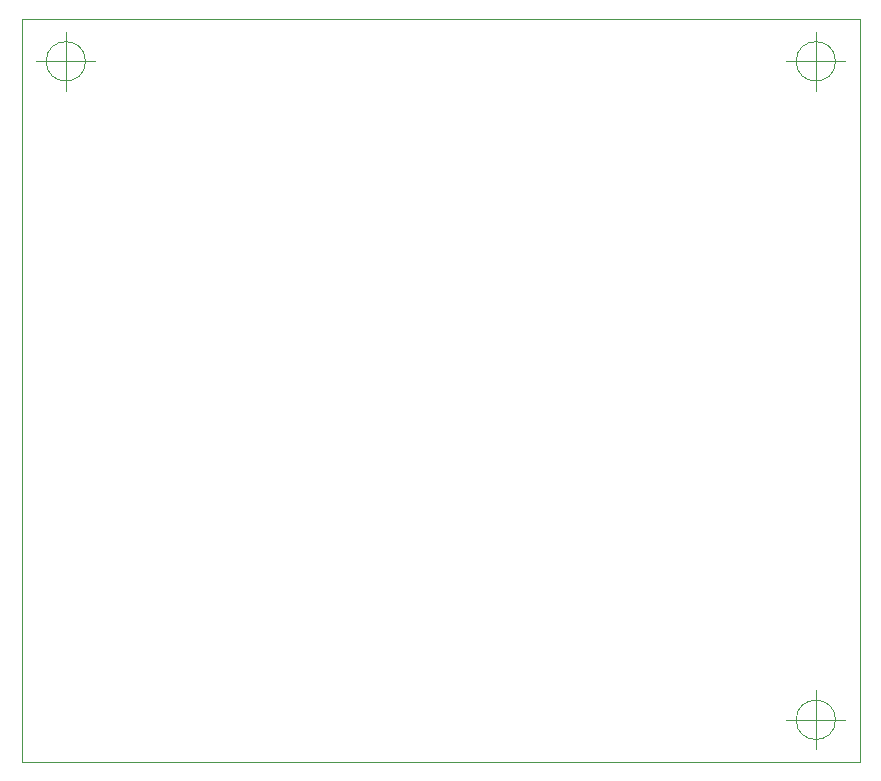
<source format=gbr>
%TF.GenerationSoftware,KiCad,Pcbnew,(6.0.1)*%
%TF.CreationDate,2022-03-08T00:57:02-06:00*%
%TF.ProjectId,mcu_board,6d63755f-626f-4617-9264-2e6b69636164,rev?*%
%TF.SameCoordinates,Original*%
%TF.FileFunction,Profile,NP*%
%FSLAX46Y46*%
G04 Gerber Fmt 4.6, Leading zero omitted, Abs format (unit mm)*
G04 Created by KiCad (PCBNEW (6.0.1)) date 2022-03-08 00:57:02*
%MOMM*%
%LPD*%
G01*
G04 APERTURE LIST*
%TA.AperFunction,Profile*%
%ADD10C,0.100000*%
%TD*%
G04 APERTURE END LIST*
D10*
X194960666Y-86106000D02*
G75*
G03*
X194960666Y-86106000I-1666666J0D01*
G01*
X190794000Y-86106000D02*
X195794000Y-86106000D01*
X193294000Y-83606000D02*
X193294000Y-88606000D01*
X258460666Y-86106000D02*
G75*
G03*
X258460666Y-86106000I-1666666J0D01*
G01*
X254294000Y-86106000D02*
X259294000Y-86106000D01*
X256794000Y-83606000D02*
X256794000Y-88606000D01*
X258460666Y-141859000D02*
G75*
G03*
X258460666Y-141859000I-1666666J0D01*
G01*
X254294000Y-141859000D02*
X259294000Y-141859000D01*
X256794000Y-139359000D02*
X256794000Y-144359000D01*
X189547500Y-82550000D02*
X260540500Y-82550000D01*
X260540500Y-82550000D02*
X260540500Y-145415000D01*
X260540500Y-145415000D02*
X189547500Y-145415000D01*
X189547500Y-145415000D02*
X189547500Y-82550000D01*
M02*

</source>
